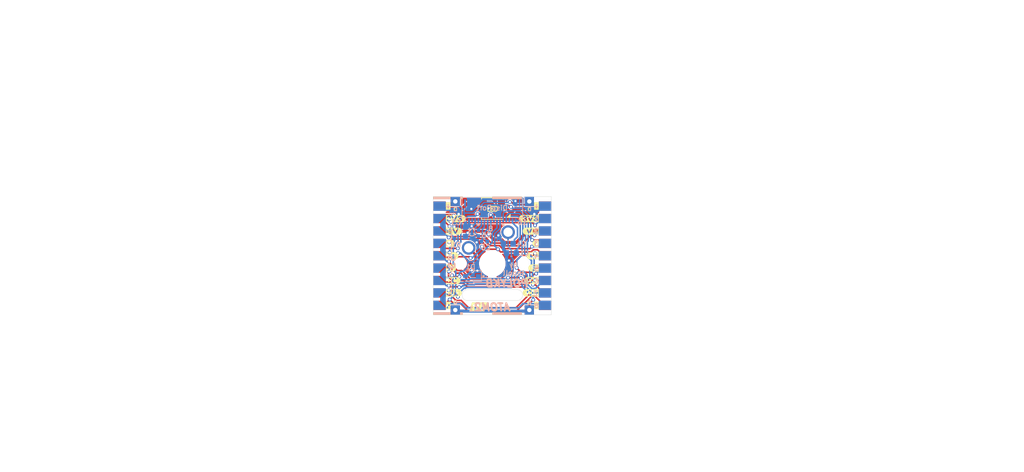
<source format=kicad_pcb>
(kicad_pcb (version 20211014) (generator pcbnew)
  (title_block (title "PolyKB Atom") (date "2022-02-01") (rev "2.1") (company "thpoll"))
  (layers (0 "F.Cu" signal) (31 "B.Cu" signal) (34 "B.Paste" user) (35 "F.Paste" user) (36 "B.SilkS" user "B.Silkscreen") (37 "F.SilkS" user "F.Silkscreen") (38 "B.Mask" user) (39 "F.Mask" user) (44 "Edge.Cuts" user))
  (net 0 "")
  (net 1 "/Keyboard/sheet605ED2EB/GND")
  (net 2 "/Keyboard/sheet605ED2EB/3V3")
  (net 3 "/Keyboard/sheet605ED2EB/4V2")
  (net 4 "Net-(C4-Pad1)")
  (net 5 "Net-(C5-Pad2)")
  (net 6 "Net-(C5-Pad1)")
  (net 7 "Net-(C6-Pad2)")
  (net 8 "Net-(C6-Pad1)")
  (net 9 "/Keyboard/sheet605ED2EB/CS")
  (net 10 "/Keyboard/sheet605ED2EB/RESET")
  (net 11 "/Keyboard/sheet605ED2EB/D-C")
  (net 12 "/Keyboard/sheet605ED2EB/SCLK")
  (net 13 "/Keyboard/sheet605ED2EB/SDIN")
  (net 14 "/Keyboard/sheet605ED2EB/LED_DOUT")
  (net 15 "/Keyboard/sheet605ED2EB/LED_DIN")
  (net 16 "/Keyboard/sheet605ED2EB/5V")
  (net 17 "Net-(D1-Pad2)")
  (net 18 "/Keyboard/sheet605ED2EB/KeyRow")
  (net 19 "/Keyboard/sheet605ED2EB/KeyCol")
  (net 20 "CS8")
  (net 21 "CS7")
  (net 22 "CS6")
  (net 23 "CS5")
  (net 24 "CS4")
  (net 25 "CS3")
  (net 26 "CS2")
  (net 27 "CS1")
  (net 28 "Net-(C1-Pad1)")
  (footprint "poly_kb:AtomConnect2" (layer "F.Cu") (at 93.218 63.6778 -90)
    (fp_text reference "J3" hide)
    (fp_text value "WestFront")
  )
  (footprint "poly_kb:AtomConnect2" (layer "F.Cu") (at 110.236 63.6778 -90)
    (fp_text reference "J4" hide)
    (fp_text value "EastFront")
  )
  (footprint "poly_kb:WS2812B-Mini" (layer "F.Cu") (at 101.727 56.0578)
    (fp_text reference "LED1" hide)
    (fp_text value "WS2812B-Mini")
  )
  (footprint "poly_kb:SW_Cherry_MX_1.00u_PCB_NoSilk" (layer "F.Cu") (at 104.267 59.8678)
    (fp_text reference "SW1" hide)
    (fp_text value "SW_Push")
  )
  (footprint "poly_kb:TestPoin_1.5x1.5mm_Drill0.7mm" (layer "F.Cu") (at 107.696 54.9148)
    (fp_text reference "J2" hide)
    (fp_text value "North")
  )
  (footprint "poly_kb:TestPoin_1.5x1.5mm_Drill0.7mm" (layer "F.Cu") (at 95.758 54.9148)
    (fp_text reference "J8" hide)
    (fp_text value "North2")
  )
  (footprint "poly_kb:TestPoin_1.5x1.5mm_Drill0.7mm" (layer "F.Cu") (at 107.696 72.4408)
    (fp_text reference "J9" hide)
    (fp_text value "South2")
  )
  (footprint "poly_kb:TestPoin_1.5x1.5mm_Drill0.7mm" (layer "F.Cu") (at 95.758 72.4408)
    (fp_text reference "J7" hide)
    (fp_text value "South")
  )
  (footprint "kibuzzard-61EFD908" (layer "F.Cu") (at 94.615 71.7042)
    (fp_text reference "kibuzzard-61EFD908" hide)
    (fp_text value "G***" hide)
  )
  (footprint "kibuzzard-61EFDD1E" (layer "F.Cu") (at 99.441 71.9328)
    (fp_text reference "kibuzzard-61EFDD1E" hide)
    (fp_text value "G***" hide)
  )
  (footprint "kibuzzard-61EFBE87" (layer "F.Cu") (at 96.0374 59.7154)
    (fp_text reference "kibuzzard-61EFBE87" hide)
    (fp_text value "G***" hide)
  )
  (footprint "kibuzzard-61EFDAC6" (layer "F.Cu") (at 108.7882 61.6966)
    (fp_text reference "kibuzzard-61EFDAC6" hide)
    (fp_text value "G***" hide)
  )
  (footprint "kibuzzard-61EFBE2C" (layer "F.Cu") (at 95.4278 67.691)
    (fp_text reference "kibuzzard-61EFBE2C" hide)
    (fp_text value "G***" hide)
  )
  (footprint "kibuzzard-61EFD947" (layer "F.Cu") (at 108.839 55.6514)
    (fp_text reference "kibuzzard-61EFD947" hide)
    (fp_text value "G***" hide)
  )
  (footprint "kibuzzard-61EFA8F1" (layer "F.Cu") (at 107.9246 69.6722)
    (fp_text reference "kibuzzard-61EFA8F1" hide)
    (fp_text value "G***" hide)
  )
  (footprint "kibuzzard-61EFDAA0" (layer "F.Cu") (at 94.9706 61.6966)
    (fp_text reference "kibuzzard-61EFDAA0" hide)
    (fp_text value "G***" hide)
  )
  (footprint "kibuzzard-61EFD7F9" (layer "F.Cu") (at 108.3818 65.659)
    (fp_text reference "kibuzzard-61EFD7F9" hide)
    (fp_text value "G***" hide)
  )
  (footprint "kibuzzard-61EFD863" (layer "F.Cu") (at 107.6198 57.6834)
    (fp_text reference "kibuzzard-61EFD863" hide)
    (fp_text value "G***" hide)
  )
  (footprint "kibuzzard-61EFD879" (layer "F.Cu") (at 95.844 57.6906)
    (fp_text reference "kibuzzard-61EFD879" hide)
    (fp_text value "G***" hide)
  )
  (footprint "kibuzzard-61EFD908" (layer "F.Cu") (at 108.839 71.7042)
    (fp_text reference "kibuzzard-61EFD908" hide)
    (fp_text value "G***" hide)
  )
  (footprint "kibuzzard-61EFACF9" (layer "F.Cu") (at 107.4166 59.7154)
    (fp_text reference "kibuzzard-61EFACF9" hide)
    (fp_text value "G***" hide)
  )
  (footprint "kibuzzard-61EFDAEE" (layer "F.Cu") (at 95.254239 63.677507)
    (fp_text reference "kibuzzard-61EFDAEE" hide)
    (fp_text value "G***" hide)
  )
  (footprint "kibuzzard-61EFBE21" (layer "F.Cu") (at 95.0722 65.659)
    (fp_text reference "kibuzzard-61EFBE21" hide)
    (fp_text value "G***" hide)
  )
  (footprint "kibuzzard-61EFABBF" (layer "F.Cu") (at 108.0262 67.691)
    (fp_text reference "kibuzzard-61EFABBF" hide)
    (fp_text value "G***" hide)
  )
  (footprint "kibuzzard-61EFD947" (layer "F.Cu") (at 94.615 55.6514)
    (fp_text reference "kibuzzard-61EFD947" hide)
    (fp_text value "G***" hide)
  )
  (footprint "kibuzzard-61EFBE3D" (layer "F.Cu") (at 95.5294 69.6722)
    (fp_text reference "kibuzzard-61EFBE3D" hide)
    (fp_text value "G***" hide)
  )
  (footprint "kibuzzard-61EFAA6D" (layer "F.Cu") (at 108.2294 63.6778)
    (fp_text reference "kibuzzard-61EFAA6D" hide)
    (fp_text value "G***" hide)
  )
  (footprint "Capacitor_SMD:C_0603_1608Metric" (layer "B.Cu") (at 104.802 63.2528 180)
    (fp_text reference "C1")
    (fp_text value "2.2uF")
  )
  (footprint "Capacitor_SMD:C_0603_1608Metric" (layer "B.Cu") (at 97.409 59.8046 90)
    (fp_text reference "C2")
    (fp_text value "2.2uF")
  )
  (footprint "Capacitor_SMD:C_0402_1005Metric" (layer "B.Cu") (at 95.123 56.9468 90)
    (fp_text reference "C3" hide)
    (fp_text value "1uF")
  )
  (footprint "Capacitor_SMD:C_0603_1608Metric" (layer "B.Cu") (at 104.302 61.7528 180)
    (fp_text reference "C4")
    (fp_text value "4.7uF")
  )
  (footprint "Capacitor_SMD:C_0402_1005Metric" (layer "B.Cu") (at 99.4918 60.0176 90)
    (fp_text reference "C5")
    (fp_text value "1uF")
  )
  (footprint "Capacitor_SMD:C_0402_1005Metric" (layer "B.Cu") (at 100.457 61.3918)
    (fp_text reference "C6")
    (fp_text value "1uF")
  )
  (footprint "poly_kb:D_SOD-323Ext" (layer "B.Cu") (at 98.425 66.9528 180)
    (fp_text reference "D1")
    (fp_text value "D_Small")
  )
  (footprint "poly_kb:FPC_16_JUSHUO_AFC05_S16FIA_00" (layer "B.Cu") (at 101.727 57.9628)
    (fp_text reference "J1" hide)
    (fp_text value "Conn_01x16")
  )
  (footprint "poly_kb:AtomConnect2" (layer "B.Cu") (at 110.236 63.6778 -90)
    (fp_text reference "J6" hide)
    (fp_text value "EastBack")
  )
  (footprint "poly_kb:AtomConnectCS" (layer "B.Cu") (at 93.218 63.6778 -90)
    (fp_text reference "J5" hide)
    (fp_text value "WestBack")
  )
  (footprint "Resistor_SMD:R_0402_1005Metric" (layer "B.Cu") (at 95.602 60.3906 -90)
    (fp_text reference "R1")
    (fp_text value "1M")
  )
  (gr_poly (pts (xy 106.4895 73.2282) (xy 101.727 73.2282) (xy 101.727 72.7964) (xy 106.4895 72.7964)) (layer "B.SilkS") (width 0) (fill solid))
  (gr_poly (pts (xy 94.9706 54.5608) (xy 92.1766 54.5608) (xy 92.1766 54.1274) (xy 94.9706 54.1274)) (layer "B.SilkS") (width 0) (fill solid))
  (gr_poly (pts (xy 96.9645 54.5608) (xy 96.5454 54.5608) (xy 96.5454 54.1274) (xy 96.9645 54.1274)) (layer "B.SilkS") (width 0) (fill solid))
  (gr_poly (pts (xy 96.9645 73.2282) (xy 96.5454 73.2282) (xy 96.5454 72.8091) (xy 96.9645 72.8091)) (layer "B.SilkS") (width 0) (fill solid))
  (gr_poly (pts (xy 94.9706 73.2282) (xy 92.202 73.2282) (xy 92.202 72.788864) (xy 94.9706 72.788864)) (layer "B.SilkS") (width 0) (fill solid))
  (gr_line (start 108.839 55.3466) (end 108.839 55.7022) (layer "B.SilkS") (width 0.12))
  (gr_line (start 95.123 63.4238) (end 95.123 59.3598) (layer "B.SilkS") (width 0.12))
  (gr_line (start 103.502 58.4778) (end 103.502 58.9278) (layer "B.SilkS") (width 0.12))
  (gr_line (start 94.615 66.7258) (end 95.123 66.7258) (layer "B.SilkS") (width 0.12))
  (gr_line (start 103.327 58.7528) (end 103.677 58.7528) (layer "B.SilkS") (width 0.12))
  (gr_line (start 94.615 55.3466) (end 94.615 55.7022) (layer "B.SilkS") (width 0.12))
  (gr_line (start 95.123 69.5198) (end 94.615 70.0278) (layer "B.SilkS") (width 0.12))
  (gr_line (start 94.615 55.7022) (end 94.361 55.7022) (layer "B.SilkS") (width 0.12))
  (gr_line (start 99.302 58.7528) (end 99.652 58.7528) (layer "B.SilkS") (width 0.12))
  (gr_line (start 108.7882 56.007) (end 108.8898 56.007) (layer "B.SilkS") (width 0.12))
  (gr_line (start 94.615 55.7022) (end 94.869 55.7022) (layer "B.SilkS") (width 0.12))
  (gr_line (start 99.402 58.7028) (end 99.552 58.7028) (layer "B.SilkS") (width 0.12))
  (gr_line (start 103.427 58.7028) (end 103.577 58.7028) (layer "B.SilkS") (width 0.12))
  (gr_line (start 99.477 58.4778) (end 99.302 58.7528) (layer "B.SilkS") (width 0.12))
  (gr_line (start 103.677 58.7528) (end 103.502 58.4778) (layer "B.SilkS") (width 0.12))
  (gr_line (start 108.839 55.7022) (end 109.093 55.7022) (layer "B.SilkS") (width 0.12))
  (gr_line (start 108.839 55.7022) (end 108.585 55.7022) (layer "B.SilkS") (width 0.12))
  (gr_poly (pts (xy 106.4895 54.5608) (xy 101.727 54.5608) (xy 101.727 54.1274) (xy 106.4895 54.1274)) (layer "B.SilkS") (width 0) (fill solid))
  (gr_line (start 94.4626 55.8546) (end 94.7674 55.8546) (layer "B.SilkS") (width 0.12))
  (gr_line (start 94.615 62.6618) (end 95.123 62.6618) (layer "B.SilkS") (width 0.12))
  (gr_line (start 99.652 58.7528) (end 99.477 58.4778) (layer "B.SilkS") (width 0.12))
  (gr_line (start 95.123 65.9638) (end 95.123 69.5198) (layer "B.SilkS") (width 0.12))
  (gr_line (start 103.502 58.4778) (end 103.327 58.7528) (layer "B.SilkS") (width 0.12))
  (gr_line (start 101.477 58.6528) (end 101.477 58.4778) (layer "B.SilkS") (width 0.12))
  (gr_line (start 95.123 59.3598) (end 94.615 58.8518) (layer "B.SilkS") (width 0.12))
  (gr_line (start 108.6866 55.8546) (end 108.9914 55.8546) (layer "B.SilkS") (width 0.12))
  (gr_line (start 99.477 58.4778) (end 99.477 58.9278) (layer "B.SilkS") (width 0.12))
  (gr_line (start 94.5642 56.007) (end 94.6658 56.007) (layer "B.SilkS") (width 0.12))
  (gr_poly (pts (xy 106.4895 54.5608) (xy 101.727 54.5608) (xy 101.727 54.1274) (xy 106.4895 54.1274)) (layer "F.SilkS") (width 0) (fill solid))
  (gr_line (start 94.7928 59.2582) (end 94.7928 59.309) (layer "F.SilkS") (width 0.12))
  (gr_line (start 108.2294 59.2074) (end 108.2294 60.2234) (layer "F.SilkS") (width 0.135))
  (gr_line (start 109.1438 59.2074) (end 109.1438 60.2234) (layer "F.SilkS") (width 0.135))
  (gr_line (start 108.712 59.309) (end 108.6612 59.309) (layer "F.SilkS") (width 0.12))
  (gr_line (start 108.712 59.2582) (end 108.712 59.309) (layer "F.SilkS") (width 0.12))
  (gr_line (start 95.0468 59.309) (end 95.0468 59.2074) (layer "F.SilkS") (width 0.12))
  (gr_line (start 108.4072 59.309) (end 108.4072 59.2074) (layer "F.SilkS") (width 0.12))
  (gr_line (start 94.3102 59.2074) (end 95.2754 59.2074) (layer "F.SilkS") (width 0.135))
  (gr_line (start 94.742 59.309) (end 94.742 59.2582) (layer "F.SilkS") (width 0.12))
  (gr_line (start 95.1992 59.309) (end 95.0468 59.309) (layer "F.SilkS") (width 0.12))
  (gr_line (start 95.2754 60.2234) (end 94.3102 60.2234) (layer "F.SilkS") (width 0.135))
  (gr_line (start 94.361 59.309) (end 94.488 59.309) (layer "F.SilkS") (width 0.12))
  (gr_line (start 108.458 59.563) (end 108.9152 59.563) (layer "F.SilkS") (width 0.12))
  (gr_line (start 94.3102 59.2074) (end 94.3102 60.2234) (layer "F.SilkS") (width 0.135))
  (gr_line (start 109.1184 59.309) (end 108.966 59.309) (layer "F.SilkS") (width 0.12))
  (gr_poly (pts (xy 96.9645 54.5608) (xy 96.5454 54.5608) (xy 96.5454 54.1274) (xy 96.9645 54.1274)) (layer "F.SilkS") (width 0) (fill solid))
  (gr_line (start 94.5388 59.563) (end 94.996 59.563) (layer "F.SilkS") (width 0.12))
  (gr_line (start 94.5388 59.9694) (end 94.996 59.9694) (layer "F.SilkS") (width 0.12))
  (gr_poly (pts (xy 94.9706 54.5608) (xy 92.1766 54.5608) (xy 92.1766 54.1274) (xy 94.9706 54.1274)) (layer "F.SilkS") (width 0) (fill solid))
  (gr_line (start 108.9152 59.7662) (end 108.458 59.7662) (layer "F.SilkS") (width 0.12))
  (gr_line (start 108.966 59.309) (end 108.966 59.2074) (layer "F.SilkS") (width 0.12))
  (gr_line (start 94.7928 59.309) (end 94.742 59.309) (layer "F.SilkS") (width 0.12))
  (gr_line (start 109.1438 60.2234) (end 108.1786 60.2234) (layer "F.SilkS") (width 0.135))
  (gr_line (start 108.2802 59.309) (end 108.4072 59.309) (layer "F.SilkS") (width 0.12))
  (gr_line (start 94.996 59.7662) (end 94.5388 59.7662) (layer "F.SilkS") (width 0.12))
  (gr_poly (pts (xy 96.9645 73.2282) (xy 96.5454 73.2282) (xy 96.5454 72.8218) (xy 96.9645 72.8218)) (layer "F.SilkS") (width 0) (fill solid))
  (gr_line (start 94.488 59.309) (end 94.488 59.2074) (layer "F.SilkS") (width 0.12))
  (gr_poly (pts (xy 106.4895 73.2282) (xy 101.727 73.2282) (xy 101.727 72.8218) (xy 106.4895 72.8218)) (layer "F.SilkS") (width 0) (fill solid))
  (gr_line (start 108.458 59.9694) (end 108.9152 59.9694) (layer "F.SilkS") (width 0.12))
  (gr_line (start 95.2246 59.2074) (end 95.2246 60.2234) (layer "F.SilkS") (width 0.135))
  (gr_line (start 108.6612 59.309) (end 108.6612 59.2582) (layer "F.SilkS") (width 0.12))
  (gr_line (start 108.1786 59.2074) (end 109.1438 59.2074) (layer "F.SilkS") (width 0.135))
  (gr_poly (pts (xy 94.9706 73.2282) (xy 92.1766 73.2282) (xy 92.1766 72.8218) (xy 94.9706 72.8218)) (layer "F.SilkS") (width 0) (fill solid))
  (gr_line (start 111.252 54.1528) (end 92.202 54.1528) (layer "Edge.Cuts") (width 0.05))
  (gr_line (start 92.202 54.1528) (end 92.202 73.2028) (layer "Edge.Cuts") (width 0.05))
  (gr_line (start 111.252 54.1528) (end 111.252 73.2028) (layer "Edge.Cuts") (width 0.05))
  (gr_line (start 111.252 73.2028) (end 92.202 73.2028) (layer "Edge.Cuts") (width 0.05))
  (gr_arc (start 105.718 69.1388) (mid 106.607 70.0278) (end 105.718 70.9168) (layer "Edge.Cuts") (width 0.05))
  (gr_line (start 105.718 69.1388) (end 97.736 69.1388) (layer "Edge.Cuts") (width 0.05))
  (gr_arc (start 97.736 70.9168) (mid 96.847 70.0278) (end 97.736 69.1388) (layer "Edge.Cuts") (width 0.05))
  (gr_line (start 105.718 70.9168) (end 97.736 70.9168) (layer "Edge.Cuts") (width 0.05))
  (gr_text "ATOM2" (at 101.7778 71.9963) (layer "B.SilkS") (effects (font (size 1.2 1.2) (thickness 0.3) italic) (justify mirror)))
  (gr_text "1" (at 108.839 57.7088) (layer "B.SilkS") (effects (font (size 0.8 0.8) (thickness 0.153)) (justify mirror)))
  (gr_text "c" (at 95.7834 71.12) (layer "B.SilkS") (effects (font (size 0.8 0.8) (thickness 0.153)) (justify mirror)))
  (gr_text "c" (at 107.7214 71.1454) (layer "B.SilkS") (effects (font (size 0.8 0.8) (thickness 0.153)) (justify mirror)))
  (gr_text "c" (at 95.7834 56.0578) (layer "B.SilkS") (effects (font (size 0.8 0.8) (thickness 0.153)) (justify mirror)))
  (gr_text ".1" (at 98.5012 72.2503) (layer "B.SilkS") (effects (font (size 0.8 0.8) (thickness 0.153)) (justify mirror)))
  (gr_text "4" (at 108.839 63.741299) (layer "B.SilkS") (effects (font (size 0.8 0.8) (thickness 0.153)) (justify mirror)))
  (gr_text "POLYKB" (at 104.14 68.1482) (layer "B.SilkS") (effects (font (size 1.2 1.2) (thickness 0.3) italic) (justify mirror)))
  (gr_text "." (at 100.302 66.5028) (layer "B.SilkS") (effects (font (size 1.2 1.2) (thickness 0.25)) (justify mirror)))
  (gr_text "2" (at 108.839 59.719633) (layer "B.SilkS") (effects (font (size 0.8 0.8) (thickness 0.153)) (justify mirror)))
  (gr_text "5" (at 108.839 65.752132) (layer "B.SilkS") (effects (font (size 0.8 0.8) (thickness 0.153)) (justify mirror)))
  (gr_text "6" (at 108.839 67.762965) (layer "B.SilkS") (effects (font (size 0.8 0.8) (thickness 0.153)) (justify mirror)))
  (gr_text "by\nthpoll" (at 105.156 65.8368) (layer "B.SilkS") (effects (font (size 0.8 0.8)) (justify mirror)))
  (gr_text "8" (at 101.477 59.3278) (layer "B.SilkS") (effects (font (size 0.8 0.8) (thickness 0.153)) (justify mirror)))
  (gr_text "16" (at 106.527 58.2778) (layer "B.SilkS") (effects (font (size 0.8 0.8) (thickness 0.153)) (justify mirror)))
  (gr_text "C3" (at 95.952 58.3278) (layer "B.SilkS") (effects (font (size 0.8 0.8)) (justify mirror)))
  (gr_text "c" (at 107.7214 56.0578) (layer "B.SilkS") (effects (font (size 0.8 0.8) (thickness 0.153)) (justify mirror)))
  (gr_text "DispPort" (at 101.6762 55.9562) (layer "B.SilkS") (effects (font (size 0.8 0.8) (thickness 0.153)) (justify mirror)))
  (gr_text "3" (at 108.839 61.730466) (layer "B.SilkS") (effects (font (size 0.8 0.8) (thickness 0.153)) (justify mirror)))
  (gr_text "CS" (at 95.123 64.6938 270) (layer "B.SilkS") (effects (font (size 1 1.2) (thickness 0.25)) (justify mirror)))
  (gr_text "." (at 97.352 57.5278) (layer "B.SilkS") (effects (font (size 1.2 1.2) (thickness 0.25)) (justify mirror)))
  (gr_text "8" (at 108.839 71.755) (layer "B.SilkS") (effects (font (size 0.8 0.8) (thickness 0.153)) (justify mirror)))
  (gr_text "7" (at 108.839 69.7738) (layer "B.SilkS") (effects (font (size 0.8 0.8) (thickness 0.153)) (justify mirror)))
  (gr_text "c" (at 95.7326 71.0946) (layer "F.SilkS") (effects (font (size 0.8 0.8) (thickness 0.153))))
  (gr_text "c" (at 107.7214 56.0578) (layer "F.SilkS") (effects (font (size 0.8 0.8) (thickness 0.153))))
  (gr_text "c" (at 107.6706 71.1454) (layer "F.SilkS") (effects (font (size 0.8 0.8) (thickness 0.153))))
  (gr_text "E" (at 101.727 56.134) (layer "F.SilkS") (effects (font (size 0.8 0.8))))
  (gr_text "D" (at 102.3112 56.134) (layer "F.SilkS") (effects (font (size 0.8 0.8))))
  (gr_text "L" (at 101.1428 56.134) (layer "F.SilkS") (effects (font (size 0.8 0.8))))
  (gr_text "c" (at 95.7834 56.0578) (layer "F.SilkS") (effects (font (size 0.8 0.8) (thickness 0.153))))
  (segment (start 98.407521 56.0578) (end 98.34306 56.122261) (width 0.5) (layer "F.Cu") (net 1))
  (segment (start 101.092 56.0578) (end 98.407521 56.0578) (width 0.5) (layer "F.Cu") (net 1))
  (segment (start 95.662917 58.91646) (end 95.585745 58.993632) (width 0.2921) (layer "F.Cu") (net 1))
  (segment (start 101.490858 56.0578) (end 102.581996 57.148938) (width 0.5) (layer "F.Cu") (net 1))
  (segment (start 98.405358 58.91646) (end 95.662917 58.91646) (width 0.2921) (layer "F.Cu") (net 1))
  (segment (start 102.581996 57.148938) (end 108.305862 57.148938) (width 0.5) (layer "F.Cu") (net 1))
  (segment (start 101.092 56.0578) (end 101.490858 56.0578) (width 0.5) (layer "F.Cu") (net 1))
  (segment (start 98.405358 58.91646) (end 101.21566 58.91646) (width 0.2921) (layer "F.Cu") (net 1))
  (segment (start 101.21566 58.91646) (end 102.702 60.4028) (width 0.2921) (layer "F.Cu") (net 1))
  (segment (start 97.640496 56.824825) (end 98.34306 56.122261) (width 0.5) (layer "F.Cu") (net 1))
  (segment (start 96.503206 56.824825) (end 97.640496 56.824825) (width 0.5) (layer "F.Cu") (net 1))
  (segment (start 108.305862 57.148938) (end 108.502 56.9528) (width 0.5) (layer "F.Cu") (net 1))
  (via (at 99.202 61.5188) (size 0.6096) (drill 0.3556) (layers "F.Cu" "B.Cu") (net 1))
  (via (at 104.394 64.4652) (size 0.6096) (drill 0.3556) (layers "F.Cu" "B.Cu") (net 1))
  (via (at 101.092 56.0578) (size 0.6096) (drill 0.3556) (layers "F.Cu" "B.Cu") (net 1))
  (via (at 98.405358 58.91646) (size 0.6096) (drill 0.3556) (layers "F.Cu" "B.Cu") (net 1))
  (via (at 108.502 56.9528) (size 0.8) (drill 0.4) (layers "F.Cu" "B.Cu") (net 1))
  (via (at 105.452 54.8528) (size 0.6096) (drill 0.3556) (layers "F.Cu" "B.Cu") (net 1))
  (via (at 102.702 60.4028) (size 0.6096) (drill 0.3556) (layers "F.Cu" "B.Cu") (net 1))
  (via (at 98.34306 56.122261) (size 0.6096) (drill 0.3556) (layers "F.Cu" "B.Cu") (net 1))
  (via (at 95.607733 58.996357) (size 0.6096) (drill 0.3556) (layers "F.Cu" "B.Cu") (net 1))
  (via (at 96.302 56.9528) (size 0.8) (drill 0.4) (layers "F.Cu" "B.Cu") (net 1))
  (via (at 99.314 66.0908) (size 0.6096) (drill 0.3556) (layers "F.Cu" "B.Cu") (net 1))
  (segment (start 102.702 60.7528) (end 102.702 60.4028) (width 0.5) (layer "B.Cu") (net 1))
  (segment (start 103.527 61.6458) (end 103.527 61.5778) (width 0.5) (layer "B.Cu") (net 1))
  (segment (start 98.452 60.7838) (end 99.187 61.5188) (width 0.2921) (layer "B.Cu") (net 1))
  (segment (start 93.472 55.6778) (end 93.979 56.1848) (width 0.5) (layer "B.Cu") (net 1))
  (segment (start 96.252 57.5528) (end 96.252 57.0028) (width 0.2921) (layer "B.Cu") (net 1))
  (segment (start 109.982 55.6778) (end 109.777 55.6778) (width 0.5) (layer "B.Cu") (net 1))
  (segment (start 95.23199 56.1848) (end 95.863181 56.1848) (width 0.5) (layer "B.Cu") (net 1))
  (segment (start 103.527 61.5778) (end 102.702 60.7528) (width 0.5) (layer "B.Cu") (net 1))
  (segment (start 103.5242 62.681) (end 103.5242 61.6458) (width 0.5) (layer "B.Cu") (net 1))
  (segment (start 95.702 58.1028) (end 96.252 57.5528) (width 0.2921) (layer "B.Cu") (net 1))
  (segment (start 96.252 57.0028) (end 96.302 56.9528) (width 0.2921) (layer "B.Cu") (net 1))
  (segment (start 98.977 58.4778) (end 98.53834 58.91646) (width 0.2921) (layer "B.Cu") (net 1))
  (segment (start 96.302 56.623619) (end 96.302 56.9528) (width 0.5) (layer "B.Cu") (net 1))
  (segment (start 97.409 58.8388) (end 97.61881 58.8388) (width 0.2921) (layer "B.Cu") (net 1))
  (segment (start 97.977 57.9628) (end 97.977 58.48061) (width 0.2921) (layer "B.Cu") (net 1))
  (segment (start 98.452 58.963102) (end 98.452 60.7838) (width 0.2921) (layer "B.Cu") (net 1))
  (segment (start 95.23199 56.1848) (end 95.23199 56.35781) (width 0.5) (layer "B.Cu") (net 1))
  (segment (start 97.977 58.48061) (end 98.405358 58.908968) (width 0.2921) (layer "B.Cu") (net 1))
  (segment (start 95.23199 56.35781) (end 95.123 56.4668) (width 0.5) (layer "B.Cu") (net 1))
  (segment (start 98.405358 58.91646) (end 98.452 58.963102) (width 0.2921) (layer "B.Cu") (net 1))
  (segment (start 109.777 55.6778) (end 108.502 56.9528) (width 0.5) (layer "B.Cu") (net 1))
  (segment (start 98.53834 58.91646) (end 98.405358 58.91646) (width 0.2921) (layer "B.Cu") (net 1))
  (segment (start 104.013 63.1698) (end 103.5242 62.681) (width 0.5) (layer "B.Cu") (net 1))
  (segment (start 95.863181 56.1848) (end 96.302 56.623619) (width 0.5) (layer "B.Cu") (net 1))
  (segment (start 95.585745 58.993632) (end 95.702 58.877377) (width 0.2921) (layer "B.Cu") (net 1))
  (segment (start 98.405358 58.908968) (end 98.405358 58.91646) (width 0.2921) (layer "B.Cu") (net 1))
  (segment (start 97.61881 58.8388) (end 97.977 58.48061) (width 0.2921) (layer "B.Cu") (net 1))
  (segment (start 93.979 56.1848) (end 95.23199 56.1848) (width 0.5) (layer "B.Cu") (net 1))
  (segment (start 95.702 58.877377) (end 95.702 58.1028) (width 0.2921) (layer "B.Cu") (net 1))
  (segment (start 98.977 57.9628) (end 98.977 58.4778) (width 0.2921) (layer "B.Cu") (net 1))
  (segment (start 93.585251 57.6778) (end 94.842315 58.934864) (width 0.25) (layer "F.Cu") (net 2))
  (segment (start 101.473 57.0738) (end 101.473 57.5818) (width 0.5) (layer "F.Cu") (net 2))
  (segment (start 101.618511 57.727311) (end 101.327489 57.727311) (width 0.5) (layer "F.Cu") (net 2))
  (segment (start 101.473 57.5818) (end 101.327489 57.727311) (width 0.5) (layer "F.Cu") (net 2))
  (segment (start 93.218 57.6778) (end 93.7244 57.1714) (width 0.5) (layer "F.Cu") (net 2))
  (segment (start 93.472 57.6778) (end 93.6696 57.4802) (width 0.5) (layer "F.Cu") (net 2))
  (segment (start 93.218 57.6778) (end 93.585251 57.6778) (width 0.25) (layer "F.Cu") (net 2))
  (segment (start 101.473 57.5818) (end 101.618511 57.727311) (width 0.5) (layer "F.Cu") (net 2))
  (segment (start 93.7244 57.1714) (end 94.869 57.1714) (width 0.5) (layer "F.Cu") (net 2))
  (segment (start 94.926892 57.229292) (end 95.491142 57.229292) (width 0.5) (layer "F.Cu") (net 2))
  (segment (start 110.112951 57.800849) (end 96.015989 57.800849) (width 0.5) (layer "F.Cu") (net 2))
  (segment (start 95.491142 57.276002) (end 95.491142 57.229292) (width 0.5) (layer "F.Cu") (net 2))
  (segment (start 94.869 57.1714) (end 94.926892 57.229292) (width 0.5) (layer "F.Cu") (net 2))
  (segment (start 93.709316 57.186484) (end 93.218 57.6778) (width 0.3) (layer "F.Cu") (net 2))
  (segment (start 101.327489 57.727311) (end 101.277489 57.777311) (width 0.5) (layer "F.Cu") (net 2))
  (segment (start 110.236 57.6778) (end 110.112951 57.800849) (width 0.5) (layer "F.Cu") (net 2))
  (segment (start 96.015989 57.800849) (end 95.491142 57.276002) (width 0.5) (layer "F.Cu") (net 2))
  (via (at 94.842315 58.934864) (size 0.6096) (drill 0.3556) (layers "F.Cu" "B.Cu") (net 2))
  (via (at 101.473 57.0738) (size 0.6096) (drill 0.3556) (layers "F.Cu" "B.Cu") (net 2))
  (via (at 95.491142 57.229292) (size 0.6096) (drill 0.3556) (layers "F.Cu" "B.Cu") (net 2))
  (segment (start 95.267846 59.8806) (end 94.842315 59.455069) (width 0.25) (layer "B.Cu") (net 2))
  (segment (start 95.123 57.4268) (end 95.293634 57.4268) (width 0.3) (layer "B.Cu") (net 2))
  (segment (start 94.842315 59.455069) (end 94.842315 58.934864) (width 0.25) (layer "B.Cu") (net 2))
  (segment (start 95.293634 57.4268) (end 95.491142 57.229292) (width 0.3) (layer "B.Cu") (net 2))
  (segment (start 101.977 57.9628) (end 101.977 57.2778) (width 0.3) (layer "B.Cu") (net 2))
  (segment (start 101.773 57.0738) (end 101.473 57.0738) (width 0.3) (layer "B.Cu") (net 2))
  (segment (start 101.977 57.2778) (end 101.773 57.0738) (width 0.3) (layer "B.Cu") (net 2))
  (segment (start 95.644 59.8806) (end 95.267846 59.8806) (width 0.25) (layer "B.Cu") (net 2))
  (segment (start 105.5818 61.5528) (end 103.702 61.5528) (width 0.5) (layer "F.Cu") (net 3))
  (segment (start 103.258701 61.109501) (end 102.002089 61.109501) (width 0.5) (layer "F.Cu") (net 3))
  (segment (start 100.633388 59.7408) (end 101.128688 60.2361) (width 0.5) (layer "F.Cu") (net 3))
  (segment (start 107.4568 59.6778) (end 105.5818 61.5528) (width 0.5) (layer "F.Cu") (net 3))
  (segment (start 102.002089 61.109501) (end 101.128688 60.2361) (width 0.5) (layer "F.Cu") (net 3))
  (segment (start 97.752 59.8044) (end 97.752 60.0028) (width 0.5) (layer "F.Cu") (net 3))
  (segment (start 93.281 59.7408) (end 100.633388 59.7408) (width 0.5) (layer "F.Cu") (net 3))
  (segment (start 109.982 59.6778) (end 107.4568 59.6778) (width 0.5) (layer "F.Cu") (net 3))
  (segment (start 93.218 59.6778) (end 93.281 59.7408) (width 0.5) (layer "F.Cu") (net 3))
  (segment (start 103.702 61.5528) (end 103.258701 61.109501) (width 0.5) (layer "F.Cu") (net 3))
  (via (at 101.128688 60.2361) (size 0.6096) (drill 0.3556) (layers "F.Cu" "B.Cu") (net 3))
  (via (at 97.752 60.0028) (size 0.6096) (drill 0.3556) (layers "F.Cu" "B.Cu") (net 3))
  (segment (start 101.477 57.9628) (end 101.477 59.571705) (width 0.3) (layer "B.Cu") (net 3))
  (segment (start 101.128688 59.920017) (end 101.128688 60.2361) (width 0.3) (layer "B.Cu") (net 3))
  (segment (start 97.409 60.3888) (end 97.752 60.0458) (width 0.3) (layer "B.Cu") (net 3))
  (segment (start 97.752 60.0458) (end 97.752 60.0028) (width 0.3) (layer "B.Cu") (net 3))
  (segment (start 101.477 59.571705) (end 101.128688 59.920017) (width 0.3) (layer "B.Cu") (net 3))
  (segment (start 104.977 58.3486) (end 104.977 57.9628) (width 0.254) (layer "B.Cu") (net 4))
  (segment (start 105.794 60.598892) (end 105.794 59.1656) (width 0.254) (layer "B.Cu") (net 4))
  (segment (start 105.794 59.1656) (end 104.977 58.3486) (width 0.254) (layer "B.Cu") (net 4))
  (segment (start 105.296 61.096892) (end 105.794 60.598892) (width 0.254) (layer "B.Cu") (net 4))
  (segment (start 105.296 61.6458) (end 105.296 61.096892) (width 0.254) (layer "B.Cu") (net 4))
  (segment (start 99.4918 59.35762) (end 99.4918 59.5376) (width 0.254) (layer "B.Cu") (net 5))
  (segment (start 99.977 58.87242) (end 99.4918 59.35762) (width 0.254) (layer "B.Cu") (net 5))
  (segment (start 99.977 57.9628) (end 99.977 58.87242) (width 0.254) (layer "B.Cu") (net 5))
  (segment (start 99.477 58.64911) (end 98.90228 59.22383) (width 0.254) (layer "B.Cu") (net 6))
  (segment (start 98.90228 59.90808) (end 99.4918 60.4976) (width 0.254) (layer "B.Cu") (net 6))
  (segment (start 98.90228 59.22383) (end 98.90228 59.90808) (width 0.254) (layer "B.Cu") (net 6))
  (segment (start 99.477 57.9628) (end 99.477 58.64911) (width 0.254) (layer "B.Cu") (net 6))
  (segment (start 100.544987 60.999787) (end 100.937 61.3918) (width 0.254) (layer "B.Cu") (net 7))
  (segment (start 100.977 57.9628) (end 100.977 59.3826) (width 0.254) (layer "B.Cu") (net 7))
  (segment (start 100.977 59.3826) (end 100.544987 59.814613) (width 0.254) (layer "B.Cu") (net 7))
  (segment (start 100.544987 59.814613) (end 100.544987 60.999787) (width 0.254) (layer "B.Cu") (net 7))
  (segment (start 100.437099 59.070541) (end 100.12752 59.38012) (width 0.254) (layer "B.Cu") (net 8))
  (segment (start 100.477 57.9628) (end 100.437099 58.002701) (width 0.254) (layer "B.Cu") (net 8))
  (segment (start 100.12752 61.24128) (end 99.977 61.3918) (width 0.254) (layer "B.Cu") (net 8))
  (segment (start 100.12752 59.38012) (end 100.12752 61.24128) (width 0.254) (layer "B.Cu") (net 8))
  (segment (start 100.437099 58.002701) (end 100.437099 59.070541) (width 0.254) (layer "B.Cu") (net 8))
  (segment (start 96.202 63.2528) (end 94.952 63.2528) (width 0.254) (layer "F.Cu") (net 9))
  (segment (start 94.952 63.2528) (end 94.852 63.1528) (width 0.254) (layer "F.Cu") (net 9))
  (segment (start 95.458198 67.059304) (end 95.251694 66.8528) (width 0.254) (layer "F.Cu") (net 9))
  (segment (start 96.419094 67.059304) (end 95.458198 67.059304) (width 0.254) (layer "F.Cu") (net 9))
  (via (at 96.202 63.2528) (size 0.6096) (drill 0.3556) (layers "F.Cu" "B.Cu") (net 9))
  (via (at 95.251694 66.8528) (size 0.6096) (drill 0.3556) (layers "F.Cu" "B.Cu") (net 9))
  (via (at 94.852 63.1528) (size 0.6096) (drill 0.3556) (layers "F.Cu" "B.Cu") (net 9))
  (via (at 96.419094 67.059304) (size 0.6096) (drill 0.3556) (layers "F.Cu" "B.Cu") (net 9))
  (segment (start 95.340179 61.913081) (end 94.852 62.40126) (width 0.254) (layer "B.Cu") (net 9))
  (segment (start 98.53829 64.6938) (end 97.79 64.6938) (width 0.254) (layer "B.Cu") (net 9))
  (segment (start 95.602 60.9006) (end 95.602 61.354713) (width 0.254) (layer "B.Cu") (net 9))
  (segment (start 97.79 64.6938) (end 97.79 65.4812) (width 0.254) (layer "B.Cu") (net 9))
  (segment (start 102.477 59.178277) (end 101.712388 59.942889) (width 0.254) (layer "B.Cu") (net 9))
  (segment (start 98.043873 64.6938) (end 96.602873 63.2528) (width 0.254) (layer "B.Cu") (net 9))
  (segment (start 94.243 69.9028) (end 95.077479 69.9028) (width 0.254) (layer "B.Cu") (net 9))
  (segment (start 93.968 67.1778) (end 94.926694 67.1778) (width 0.254) (layer "B.Cu") (net 9))
  (segment (start 94.926694 67.1778) (end 95.251694 66.8528) (width 0.254) (layer "B.Cu") (net 9))
  (segment (start 95.385701 69.594578) (end 95.385701 67.008316) (width 0.254) (layer "B.Cu") (net 9))
  (segment (start 97.060251 66.210949) (end 96.698651 66.210949) (width 0.254) (layer "B.Cu") (net 9))
  (segment (start 95.385701 67.008316) (end 95.25 66.872615) (width 0.254) (layer "B.Cu") (net 9))
  (segment (start 97.79 65.4812) (end 97.060251 66.210949) (width 0.254) (layer "B.Cu") (net 9))
  (segment (start 93.968 70.1778) (end 94.243 69.9028) (width 0.254) (layer "B.Cu") (net 9))
  (segment (start 101.712388 59.942889) (end 101.712388 61.519702) (width 0.254) (layer "B.Cu") (net 9))
  (segment (start 95.340179 61.616532) (end 95.340179 61.913081) (width 0.254) (layer "B.Cu") (net 9))
  (segment (start 95.25 66.8528) (end 95.251694 66.8528) (width 0.254) (layer "B.Cu") (net 9))
  (segment (start 93.968 59.149142) (end 93.968 58.1778) (width 0.25) (layer "B.Cu") (net 9))
  (segment (start 95.602 60.783142) (end 93.968 59.149142) (width 0.25) (layer "B.Cu") (net 9))
  (segment (start 96.698651 66.210949) (end 96.419094 66.490506) (width 0.254) (layer "B.Cu") (net 9))
  (segment (start 93.976 63.1698) (end 94.835 63.1698) (width 0.254) (layer "B.Cu") (net 9))
  (segment (start 94.852 62.40126) (end 94.852 63.1528) (width 0.254) (layer "B.Cu") (net 9))
  (segment (start 96.602873 63.2528) (end 96.202 63.2528) (width 0.254) (layer "B.Cu") (net 9))
  (segment (start 95.602 60.9006) (end 95.602 60.783142) (width 0.25) (layer "B.Cu") (net 9))
  (segment (start 101.712388 61.519702) (end 98.53829 64.6938) (width 0.254) (layer "B.Cu") (net 9))
  (segment (start 102.477 57.9628) (end 102.477 59.178277) (width 0.254) (layer "B.Cu") (net 9))
  (segment (start 96.419094 66.490506) (end 96.419094 67.059304) (width 0.254) (layer "B.Cu") (net 9))
  (segment (start 94.835 63.1698) (end 94.852 63.1528) (width 0.254) (layer "B.Cu") (net 9))
  (segment (start 95.077479 69.9028) (end 95.385701 69.594578) (width 0.254) (layer "B.Cu") (net 9))
  (segment (start 95.602 61.354713) (end 95.340179 61.616532) (width 0.254) (layer "B.Cu") (net 9))
  (segment (start 96.098809 63.931133) (end 96.188663 63.841279) (width 0.254) (layer "F.Cu") (net 10))
  (segment (start 109.016199 62.711999) (end 108.431662 62.711999) (width 0.254) (layer "F.Cu") (net 10))
  (segment (start 108.379406 62.764255) (end 108.282929 62.764255) (width 0.254) (layer "F.Cu") (net 10))
  (segment (start 107.982873 63.064311) (end 103.06453 63.064311) (width 0.254) (layer "F.Cu") (net 10))
  (segment (start 108.431662 62.711999) (end 108.379406 62.764255) (width 0.254) (layer "F.Cu") (net 10))
  (segment (start 98.017679 63.841279) (end 98.2225 64.0461) (width 0.254) (layer "F.Cu") (net 10))
  (segment (start 108.282929 62.764255) (end 107.982873 63.064311) (width 0.254) (layer "F.Cu") (net 10))
  (segment (start 93.471333 63.931133) (end 96.098809 63.931133) (width 0.254) (layer "F.Cu") (net 10))
  (segment (start 109.982 63.6778) (end 109.016199 62.711999) (width 0.254) (layer "F.Cu") (net 10))
  (segment (start 100.474023 62.628023) (end 102.628242 62.628023) (width 0.254) (layer "F.Cu") (net 10))
  (segment (start 100.0506 62.2046) (end 100.474023 62.628023) (width 0.254) (layer "F.Cu") (net 10))
  (segment (start 96.188663 63.841279) (end 98.017679 63.841279) (width 0.254) (layer "F.Cu") (net 10))
  (segment (start 93.218 63.6778) (end 93.471333 63.931133) (width 0.254) (layer "F.Cu") (net 10))
  (segment (start 103.06453 63.064311) (end 102.628242 62.628023) (width 0.254) (layer "F.Cu") (net 10))
  (via (at 98.2225 64.0461) (size 0.6096) (drill 0.3556) (layers "F.Cu" "B.Cu") (net 10))
  (via (at 102.628242 62.628023) (size 0.6096) (drill 0.3556) (layers "F.Cu" "B.Cu") (net 10))
  (via (at 100.0506 62.2046) (size 0.6096) (drill 0.3556) (layers "F.Cu" "B.Cu") (net 10))
  (segment (start 102.118299 62.11808) (end 102.628242 62.628023) (width 0.254) (layer "B.Cu") (net 10))
  (segment (start 100.0506 62.44808) (end 98.45258 64.0461) (width 0.254) (layer "B.Cu") (net 10))
  (segment (start 102.118299 60.111022) (end 102.118299 62.11808) (width 0.254) (layer "B.Cu") (net 10))
  (segment (start 102.977 57.9628) (end 102.977 59.252321) (width 0.254) (layer "B.Cu") (net 10))
  (segment (start 102.977 59.252321) (end 102.118299 60.111022) (width 0.254) (layer "B.Cu") (net 10))
  (segment (start 98.45258 64.0461) (end 98.2225 64.0461) (width 0.254) (layer "B.Cu") (net 10))
  (segment (start 100.0506 62.2046) (end 100.0506 62.44808) (width 0.254) (layer "B.Cu") (net 10))
  (segment (start 94.943778 67.919099) (end 95.146291 68.121612) (width 0.254) (layer "F.Cu") (net 11))
  (segment (start 93.472 67.6778) (end 93.713299 67.919099) (width 0.254) (layer "F.Cu") (net 11))
  (segment (start 97.084152 68.121612) (end 97.69494 68.7324) (width 0.254) (layer "F.Cu") (net 11))
  (segment (start 107.033982 68.7324) (end 108.134035 67.632347) (width 0.254) (layer "F.Cu") (net 11))
  (segment (start 93.713299 67.919099) (end 94.943778 67.919099) (width 0.254) (layer "F.Cu") (net 11))
  (segment (start 108.565087 67.632347) (end 108.61054 67.6778) (width 0.254) (layer "F.Cu") (net 11))
  (segment (start 97.69494 68.7324) (end 107.033982 68.7324) (width 0.254) (layer "F.Cu") (net 11))
  (segment (start 108.61054 67.6778) (end 109.982 67.6778) (width 0.254) (layer "F.Cu") (net 11))
  (segment (start 108.134035 67.632347) (end 108.565087 67.632347) (width 0.254) (layer "F.Cu") (net 11))
  (segment (start 95.146291 68.121612) (end 97.084152 68.121612) (width 0.254) (layer "F.Cu") (net 11))
  (via (at 108.565086 67.632351) (size 0.6096) (drill 0.3556) (layers "F.Cu" "B.Cu") (net 11))
  (segment (start 108.245644 67.312904) (end 108.565087 67.632347) (width 0.254) (layer "B.Cu") (net 11))
  (segment (start 103.477 56.8478) (end 103.886 56.4388) (width 0.254) (layer "B.Cu") (net 11))
  (segment (start 107.512044 61.310528) (end 107.384044 61.438528) (width 0.254) (layer "B.Cu") (net 11))
  (segment (start 108.213588 66.728595) (end 108.245644 66.760651) (width 0.254) (layer "B.Cu") (net 11))
  (segment (start 107.384044 57.603518) (end 107.512044 57.731518) (width 0.254) (layer "B.Cu") (net 11))
  (segment (start 103.477 57.9628) (end 103.477 56.8478) (width 0.254) (layer "B.Cu") (net 11))
  (segment (start 103.886 56.4388) (end 106.220738 56.4388) (width 0.254) (layer "B.Cu") (net 11))
  (segment (start 107.384044 61.438528) (end 107.384044 63.198224) (width 0.254) (layer "B.Cu") (net 11))
  (segment (start 106.220738 56.4388) (end 107.384044 57.602107) (width 0.254) (layer "B.Cu") (net 11))
  (segment (start 108.213588 66.153432) (end 108.213588 66.728595) (width 0.254) (layer "B.Cu") (net 11))
  (segment (start 107.512044 57.731518) (end 107.512044 61.310528) (width 0.254) (layer "B.Cu") (net 11))
  (segment (start 108.473511 64.287691) (end 108.473511 65.893509) (width 0.254) (layer "B.Cu") (net 11))
  (segment (start 107.384044 63.198224) (end 108.473511 64.287691) (width 0.254) (layer "B.Cu") (net 11))
  (segment (start 108.473511 65.893509) (end 108.213588 66.153432) (width 0.254) (layer "B.Cu") (net 11))
  (segment (start 107.384044 57.602107) (end 107.384044 57.603518) (width 0.254) (layer "B.Cu") (net 11))
  (segment (start 108.245644 66.760651) (end 108.245644 67.312904) (width 0.254) (layer "B.Cu") (net 11))
  (segment (start 93.472 69.6778) (end 93.863299 70.069099) (width 0.254) (layer "F.Cu") (net 12))
  (segment (start 105.521445 72.0852) (end 107.928845 69.6778) (width 0.254) (layer "F.Cu") (net 12))
  (segment (start 93.863299 70.069099) (end 95.043778 70.069099) (width 0.254) (layer "F.Cu") (net 12))
  (segment (start 97.909444 72.0852) (end 105.521445 72.0852) (width 0.254) (layer "F.Cu") (net 12))
  (segment (start 95.866779 70.8921) (end 96.716344 70.8921) (width 0.254) (layer "F.Cu") (net 12))
  (segment (start 95.043778 70.069099) (end 95.866779 70.8921) (width 0.254) (layer "F.Cu") (net 12))
  (segment (start 108.64399 68.33979) (end 108.277757 68.33979) (width 0.254) (layer "F.Cu") (net 12))
  (segment (start 109.982 69.6778) (end 108.64399 68.33979) (width 0.254) (layer "F.Cu") (net 12))
  (segment (start 107.928845 69.6778) (end 110.236 69.6778) (width 0.254) (layer "F.Cu") (net 12))
  (segment (start 96.716344 70.8921) (end 97.909444 72.0852) (width 0.254) (layer "F.Cu") (net 12))
  (via (at 108.277762 68.339792) (size 0.6096) (drill 0.3556) (layers "F.Cu" "B.Cu") (net 12))
  (segment (start 106.954033 57.780223) (end 106.954033 57.780927) (width 0.254) (layer "B.Cu") (net 12))
  (segment (start 108.044 64.4656) (end 108.044 65.7156) (width 0.254) (layer "B.Cu") (net 12))
  (segment (start 108.044 65.7156) (end 107.784067 65.975533) (width 0.254) (layer "B.Cu") (net 12))
  (segment (start 107.816133 66.93856) (end 107.816133 67.709719) (width 0.254) (layer "B.Cu") (net 12))
  (segment (start 107.784067 65.975533) (end 107.784067 66.906494) (width 0.254) (layer "B.Cu") (net 12))
  (segment (start 106.954033 63.375633) (end 108.044 64.4656) (width 0.254) (layer "B.Cu") (net 12))
  (segment (start 106.042624 56.868811) (end 106.954033 57.780223) (width 0.254) (layer "B.Cu") (net 12))
  (segment (start 106.954033 57.780927) (end 107.082533 57.909427) (width 0.254) (layer "B.Cu") (net 12))
  (segment (start 107.082533 57.909427) (end 107.082533 61.132619) (width 0.254) (layer "B.Cu") (net 12))
  (segment (start 104.344989 56.868811) (end 106.042624 56.868811) (width 0.254) (layer "B.Cu") (net 12))
  (segment (start 106.954033 61.261119) (end 106.954033 63.375633) (width 0.254) (layer "B.Cu") (net 12))
  (segment (start 107.816133 67.709719) (end 108.277757 68.171343) (width 0.254) (layer "B.Cu") (net 12))
  (segment (start 108.277757 68.171343) (end 108.277757 68.33979) (width 0.254) (layer "B.Cu") (net 12))
  (segment (start 107.082533 61.132619) (end 106.954033 61.261119) (width 0.254) (layer "B.Cu") (net 12))
  (segment (start 107.784067 66.906494) (end 107.816133 66.93856) (width 0.254) (layer "B.Cu") (net 12))
  (segment (start 103.977 57.2368) (end 104.344989 56.868811) (width 0.254) (layer "B.Cu") (net 12))
  (segment (start 103.977 57.9628) (end 103.977 57.2368) (width 0.254) (layer "B.Cu") (net 12))
  (segment (start 97.002795 66.825415) (end 98.050758 67.873378) (width 0.254) (layer "F.Cu") (net 13))
  (segment (start 95.926483 66.507812) (end 96.145107 66.507812) (width 0.254) (layer "F.Cu") (net 13))
  (segment (start 93.516802 65.632998) (end 95.051669 65.632998) (width 0.254) (layer "F.Cu") (net 13))
  (segment (start 95.051669 65.632998) (end 95.926483 66.507812) (width 0.254) (layer "F.Cu") (net 13))
  (segment (start 96.145107 66.507812) (end 96.177316 66.475603) (width 0.254) (layer "F.Cu") (net 13))
  (segment (start 96.660872 66.475603) (end 97.002795 66.817526) (width 0.254) (layer "F.Cu") (net 13))
  (segment (start 108.697107 65.6778) (end 108.022278 66.352629) (width 0.254) (layer "F.Cu") (net 13))
  (segment (start 109.982 65.6778) (end 108.697107 65.6778) (width 0.254) (layer "F.Cu") (net 13))
  (segment (start 106.362651 66.352629) (end 105.6641 65.654078) (width 0.254) (layer "F.Cu") (net 13))
  (segment (start 93.472 65.6778) (end 93.516802 65.632998) (width 0.254) (layer "F.Cu") (net 13))
  (segment (start 108.022278 66.352629) (end 107.170429 66.352629) (width 0.254) (layer "F.Cu") (net 13))
  (segment (start 106.579146 67.873378) (end 107.170429 67.282095) (width 0.254) (layer "F.Cu") (net 13))
  (segment (start 98.050758 67.873378) (end 106.579146 67.873378) (width 0.254) (layer "F.Cu") (net 13))
  (segment (start 96.177316 66.475603) (end 96.660872 66.475603) (width 0.254) (layer "F.Cu") (net 13))
  (segment (start 107.170429 67.282095) (end 107.170429 66.352629) (width 0.254) (layer "F.Cu") (net 13))
  (segment (start 97.002795 66.817526) (end 97.002795 66.825415) (width 0.254) (layer "F.Cu") (net 13))
  (segment (start 107.170429 66.352629) (end 106.362651 66.352629) (width 0.254) (layer "F.Cu") (net 13))
  (via (at 105.664102 65.654072) (size 0.6096) (drill 0.3556) (layers "F.Cu" "B.Cu") (net 13))
  (segment (start 106.653022 58.087336) (end 106.653022 60.95471) (width 0.254) (layer "B.Cu") (net 13))
  (segment (start 106.524022 61.08371) (end 106.524022 63.567277) (width 0.254) (layer "B.Cu") (net 13))
  (segment (start 106.653022 60.95471) (end 106.524022 61.08371) (width 0.254) (layer "B.Cu") (net 13))
  (segment (start 106.524022 63.567277) (end 105.6641 64.427199) (width 0.254) (layer "B.Cu") (net 13))
  (segment (start 104.477 57.483798) (end 104.661976 57.298822) (width 0.254) (layer "B.Cu") (net 13))
  (segment (start 105.864508 57.298822) (end 106.653022 58.087336) (width 0.254) (layer "B.Cu") (net 13))
  (segment (start 104.477 57.9628) (end 104.477 57.483798) (width 0.254) (layer "B.Cu") (net 13))
  (segment (start 104.661976 57.298822) (end 105.864508 57.298822) (width 0.254) (layer "B.Cu") (net 13))
  (segment (start 105.6641 64.427199) (end 105.6641 65.654078) (width 0.254) (layer "B.Cu") (net 13))
  (segment (start 99.352 56.9528) (end 100.257 56.9528) (width 0.254) (layer "F.Cu") (net 14))
  (segment (start 94.032638 62.492438) (end 96.160345 62.492438) (width 0.254) (layer "F.Cu") (net 14))
  (segment (start 100.257 56.9528) (end 100.262 56.9478) (width 0.254) (layer "F.Cu") (net 14))
  (segment (start 93.218 61.6778) (end 94.032638 62.492438) (width 0.254) (layer "F.Cu") (net 14))
  (via (at 99.352 56.9528) (size 0.6096) (drill 0.3556) (layers "F.Cu" "B.Cu") (net 14))
  (via (at 96.160345 62.492438) (size 0.6096) (drill 0.3556) (layers "F.Cu" "B.Cu") (net 14))
  (segment (start 96.160345 61.944455) (end 96.160345 62.492438) (width 0.254) (layer "B.Cu") (net 14))
  (segment (start 96.65448 58.404821) (end 96.65448 61.45032) (width 0.254) (layer "B.Cu") (net 14))
  (segment (start 97.772189 57.287111) (end 96.65448 58.404821) (width 0.254) (layer "B.Cu") (net 14))
  (segment (start 99.017689 57.287111) (end 97.772189 57.287111) (width 0.254) (layer "B.Cu") (net 14))
  (segment (start 96.65448 61.45032) (end 96.160345 61.944455) (width 0.254) (layer "B.Cu") (net 14))
  (segment (start 99.352 56.9528) (end 99.017689 57.287111) (width 0.254) (layer "B.Cu") (net 14))
  (segment (start 109.457 61.1528) (end 108.152 61.1528) (width 0.254) (layer "F.Cu") (net 15))
  (segment (start 104.387994 55.566978) (end 104.611342 55.790326) (width 0.254) (layer "F.Cu") (net 15))
  (segment (start 104.611342 55.790326) (end 104.73857 55.790326) (width 0.254) (layer "F.Cu") (net 15))
  (segment (start 103.491178 55.566978) (end 104.387994 55.566978) (width 0.254) (layer "F.Cu") (net 15))
  (segment (start 109.982 61.6778) (end 109.457 61.1528) (width 0.254) (layer "F.Cu") (net 15))
  (segment (start 103.092 55.1678) (end 103.491178 55.566978) (width 0.254) (layer "F.Cu") (net 15))
  (via (at 104.73857 55.790326) (size 0.6096) (drill 0.3556) (layers "F.Cu" "B.Cu") (net 15))
  (via (at 108.152 61.1528) (size 0.6096) (drill 0.3556) (layers "F.Cu" "B.Cu") (net 15))
  (segment (start 107.941555 57.551491) (end 106.398853 56.008789) (width 0.254) (layer "B.Cu") (net 15))
  (segment (start 106.398853 56.008789) (end 104.957033 56.008789) (width 0.254) (layer "B.Cu") (net 15))
  (segment (start 104.957033 56.008789) (end 104.73857 55.790326) (width 0.254) (layer "B.Cu") (net 15))
  (segment (start 107.941555 60.942355) (end 107.941555 57.551491) (width 0.254) (layer "B.Cu") (net 15))
  (segment (start 108.152 61.1528) (end 107.941555 60.942355) (width 0.254) (layer "B.Cu") (net 15))
  (segment (start 109.847089 56.066711) (end 105.461612 56.066711) (width 0.5) (layer "F.Cu") (net 16))
  (segment (start 101.5228 55.1678) (end 97.787 55.1678) (width 0.5) (layer "F.Cu") (net 16))
  (segment (start 105.461612 56.066711) (end 105.031296 56.497027) (width 0.5) (layer "F.Cu") (net 16))
  (segment (start 109.602 56.0578) (end 109.982 55.6778) (width 0.5) (layer "F.Cu") (net 16))
  (segment (start 97.787 55.1678) (end 96.888089 56.066711) (width 0.5) (layer "F.Cu") (net 16))
  (segment (start 102.450889 56.095889) (end 101.5228 55.1678) (width 0.5) (layer "F.Cu") (net 16))
  (segment (start 105.031296 56.497027) (end 104.445844 56.497027) (width 0.5) (layer "F.Cu") (net 16))
  (segment (start 110.236 55.6778) (end 109.847089 56.066711) (width 0.5) (layer "F.Cu") (net 16))
  (segment (start 104.044706 56.095889) (end 102.450889 56.095889) (width 0.5) (layer "F.Cu") (net 16))
  (segment (start 104.445844 56.497027) (end 104.044706 56.095889) (width 0.5) (layer "F.Cu") (net 16))
  (segment (start 93.472 55.6778) (end 93.839001 56.044801) (width 0.5) (layer "F.Cu") (net 16))
  (segment (start 93.606911 56.066711) (end 93.218 55.6778) (width 0.5) (layer "F.Cu") (net 16))
  (segment (start 96.888089 56.066711) (end 93.606911 56.066711) (width 0.5) (layer "F.Cu") (net 16))
  (segment (start 99.016999 63.507799) (end 99.016999 65.422601) (width 0.4) (layer "F.Cu") (net 17))
  (segment (start 97.917 62.4078) (end 99.016999 63.507799) (width 0.4) (layer "F.Cu") (net 17))
  (segment (start 99.016999 65.422601) (end 98.3996 66.04) (width 0.4) (layer "F.Cu") (net 17))
  (via (at 98.3996 66.04) (size 0.6096) (drill 0.3556) (layers "F.Cu" "B.Cu") (net 17))
  (segment (start 98.3996 66.1162) (end 98.3996 66.04) (width 0.4) (layer "B.Cu") (net 17))
  (segment (start 97.536 66.9798) (end 98.3996 66.1162) (width 0.4) (layer "B.Cu") (net 17))
  (segment (start 97.325 66.9798) (end 97.536 66.9798) (width 0.25) (layer "B.Cu") (net 17))
  (segment (start 95.414998 71.315798) (end 94.852 70.7528) (width 0.254) (layer "F.Cu") (net 18))
  (segment (start 97.730756 72.514711) (end 96.531843 71.315798) (width 0.254) (layer "F.Cu") (net 18))
  (segment (start 108.068239 70.204998) (end 106.901552 71.371685) (width 0.254) (layer "F.Cu") (net 18))
  (segment (start 96.531843 71.315798) (end 95.414998 71.315798) (width 0.254) (layer "F.Cu") (net 18))
  (segment (start 106.901552 71.371685) (end 106.84238 71.371685) (width 0.254) (layer "F.Cu") (net 18))
  (segment (start 110.236 71.6778) (end 110.084508 71.6778) (width 0.254) (layer "F.Cu") (net 18))
  (segment (start 106.84238 71.371685) (end 105.699354 72.514711) (width 0.254) (layer "F.Cu") (net 18))
  (segment (start 93.927 71.6778) (end 94.852 70.7528) (width 0.254) (layer "F.Cu") (net 18))
  (segment (start 110.084508 71.6778) (end 108.611706 70.204998) (width 0.254) (layer "F.Cu") (net 18))
  (segment (start 108.611706 70.204998) (end 108.068239 70.204998) (width 0.254) (layer "F.Cu") (net 18))
  (segment (start 93.472 71.6778) (end 93.927 71.6778) (width 0.254) (layer "F.Cu") (net 18))
  (segment (start 105.699354 72.514711) (end 97.730756 72.514711) (width 0.254) (layer "F.Cu") (net 18))
  (via (at 94.852 70.7528) (size 0.6096) (drill 0.3556) (layers "F.Cu" "B.Cu") (net 18))
  (segment (start 96.80884 68.057836) (end 96.810239 68.056437) (width 0.254) (layer "B.Cu") (net 18))
  (segment (start 96.810239 68.056437) (end 96.998363 68.056437) (width 0.254) (layer "B.Cu") (net 18))
  (segment (start 95.798 69.8568) (end 95.052 70.6028) (width 0.254) (layer "B.Cu") (net 18))
  (segment (start 104.267 62.21105) (end 104.267 59.8678) (width 0.254) (layer "B.Cu") (net 18))
  (segment (start 95.802 69.8568) (end 95.798 69.8568) (width 0.254) (layer "B.Cu") (net 18))
  (segment (start 95.052 70.6028) (end 94.902 70.7528) (width 0.254) (layer "B.Cu") (net 18))
  (segment (start 104.802 62.74605) (end 104.267 62.21105) (width 0.254) (layer "B.Cu") (net 18))
  (segment (start 104.852993 67.45035) (end 104.85404 67.449303) (width 0.254) (layer "B.Cu") (net 18))
  (segment (start 105.0798 66.4718) (end 105.0798 64.209349) (width 0.254) (layer "B.Cu") (net 18))
  (segment (start 98.657622 67.797178) (end 104.56913 67.797178) (width 0.254) (layer "B.Cu") (net 18))
  (segment (start 94.902 70.7528) (end 94.852 70.7528) (width 0.254) (layer "B.Cu") (net 18))
  (segment (start 104.56913 67.797178) (end 104.851802 67.514506) (width 0.254) (layer "B.Cu") (net 18))
  (segment (start 104.85404 67.449303) (end 104.85404 66.69756) (width 0.254) (layer "B.Cu") (net 18))
  (segment (start 104.852993 67.469713) (end 104.852993 67.45035) (width 0.254) (layer "B.Cu") (net 18))
  (segment (start 104.85404 66.69756) (end 105.0798 66.4718) (width 0.254) (layer "B.Cu") (net 18))
  (segment (start 96.59206 68.057836) (end 96.80884 68.057836) (width 0.254) (layer "B.Cu") (net 18))
  (segment (start 96.998363 68.056437) (end 97.002 68.0528) (width 0.254) (layer "B.Cu") (net 18))
  (segment (start 95.802 69.8568) (end 95.802 68.382863) (width 0.254) (layer "B.Cu") (net 18))
  (segment (start 97.098363 68.056437) (end 97.202 67.9528) (width 0.254) (layer "B.Cu") (net 18))
  (segment (start 96.126529 68.058334) (end 96.255295 68.058333) (width 0.254) (layer "B.Cu") (net 18))
  (segment (start 96.255295 68.058333) (end 96.591563 68.058333) (width 0.254) (layer "B.Cu") (net 18))
  (segment (start 104.802 63.931549) (end 104.802 62.74605) (width 0.254) (layer "B.Cu") (net 18))
  (segment (start 96.998363 68.056437) (end 97.098363 68.056437) (width 0.254) (layer "B.Cu") (net 18))
  (segment (start 98.502 67.9528) (end 98.657622 67.797178) (width 0.254) (layer "B.Cu") (net 18))
  (segment (start 104.851802 67.470904) (end 104.852993 67.469713) (width 0.254) (layer "B.Cu") (net 18))
  (segment (start 95.802 68.382863) (end 96.126529 68.058334) (width 0.254) (layer "B.Cu") (net 18))
  (segment (start 105.0798 64.209349) (end 104.802 63.931549) (width 0.254) (layer "B.Cu") (net 18))
  (segment (start 96.591563 68.058333) (end 96.59206 68.057836) (width 0.254) (layer "B.Cu") (net 18))
  (segment (start 104.851802 67.514506) (end 104.851802 67.470904) (width 0.254) (layer "B.Cu") (net 18))
  (segment (start 97.202 67.9528) (end 98.502 67.9528) (width 0.254) (layer "B.Cu") (net 18))
  (segment (start 105.210222 55.436501) (end 104.781729 55.008008) (width 0.254) (layer "F.Cu") (net 19))
  (segment (start 107.696 71.4248) (end 108.331 70.7898) (width 0.254) (layer "F.Cu") (net 19))
  (segment (start 107.174299 55.436501) (end 105.210222 55.436501) (width 0.254) (layer "F.Cu") (net 19))
  (segment (start 107.696 54.9148) (end 107.174299 55.436501) (width 0.254) (layer "F.Cu") (net 19))
  (segment (start 106.263813 67.2085) (end 104.269739 67.2085) (width 0.254) (layer "F.Cu") (net 19))
  (segment (start 104.781729 55.008008) (end 104.556099 55.008008) (width 0.254) (layer "F.Cu") (net 19))
  (segment (start 106.340755 67.285442) (end 106.263813 67.2085) (width 0.254) (layer "F.Cu") (net 19))
  (segment (start 107.696 72.4408) (end 107.696 71.4248) (width 0.254) (layer "F.Cu") (net 19))
  (via (at 106.340755 67.285442) (size 0.6096) (drill 0.3556) (layers "F.Cu" "B.Cu") (net 19))
  (via (at 104.556099 55.008008) (size 0.6096) (drill 0.3556) (layers "F.Cu" "B.Cu") (net 19))
  (via (at 108.331 70.7898) (size 0.6096) (drill 0.3556) (layers "F.Cu" "B.Cu") (net 19))
  (via (at 104.269739 67.2085) (size 0.6096) (drill 0.3556) (layers "F.Cu" "B.Cu") (net 19))
  (segment (start 104.496907 55.0672) (end 100.3876 55.0672) (width 0.254) (layer "B.Cu") (net 19))
  (segment (start 95.435701 65.826317) (end 95.435701 62.391603) (width 0.254) (layer "B.Cu") (net 19))
  (segment (start 95.74609 62.081214) (end 95.74609 61.784666) (width 0.254) (layer "B.Cu") (net 19))
  (segment (start 96.20092 61.329836) (end 96.20092 58.23708) (width 0.254) (layer "B.Cu") (net 19))
  (segment (start 95.961453 67.652423) (end 95.835394 67.526364) (width 0.254) (layer "B.Cu") (net 19))
  (segment (start 95.435701 62.391603) (end 95.74609 62.081214) (width 0.254) (layer "B.Cu") (net 19))
  (segment (start 96.640706 67.651926) (end 96.423926 67.651926) (width 0.254) (layer "B.Cu") (net 19))
  (segment (start 108.331 70.7898) (end 108.331 70.4342) (width 0.254) (layer "B.Cu") (net 19))
  (segment (start 97.1686 57.2694) (end 97.1686 56.7862) (width 0.254) (layer "B.Cu") (net 19))
  (segment (start 106.5276 68.6308) (end 106.5276 67.472287) (width 0.254) (layer "B.Cu") (net 19))
  (segment (start 98.173222 67.3906) (end 98.211022 67.3528) (width 0.25) (layer "B.Cu") (net 19))
  (segment (start 96.974 56.1308) (end 95.758 54.9148) (width 0.254) (layer "B.Cu") (net 19))
  (segment (start 100.3876 55.0672) (end 98.6686 56.7862) (width 0.254) (layer "B.Cu") (net 19))
  (segment (start 95.931911 72.614711) (end 95.758 72.4408) (width 0.5) (layer "B.Cu") (net 19))
  (segment (start 98.173222 67.3906) (end 98.029511 67.534311) (width 0.254) (layer "B.Cu") (net 19))
  (segment (start 96.423429 67.652423) (end 95.961453 67.652423) (width 0.254) (layer "B.Cu") (net 19))
  (segment (start 100.502 67.3528) (end 100.5398 67.3906) (width 0.25) (layer "B.Cu") (net 19))
  (segment (start 104.087639 67.3906) (end 104.269739 67.2085) (width 0.254) (layer "B.Cu") (net 19))
  (segment (start 107.696 72.4408) (end 107.522089 72.614711) (width 0.5) (layer "B.Cu") (net 19))
  (segment (start 106.5276 67.472287) (end 106.340755 67.285442) (width 0.254) (layer "B.Cu") (net 19))
  (segment (start 95.835394 67.526364) (end 95.835394 66.22601) (width 0.254) (layer "B.Cu") (net 19))
  (segment (start 108.331 70.4342) (end 106.5276 68.6308) (width 0.254) (layer "B.Cu") (net 19))
  (segment (start 107.522089 72.614711) (end 95.931911 72.614711) (width 0.5) (layer "B.Cu") (net 19))
  (segment (start 98.6686 56.7862) (end 97.1686 56.7862) (width 0.254) (layer "B.Cu") (net 19))
  (segment (start 96.758321 67.534311) (end 96.640706 67.651926) (width 0.254) (layer "B.Cu") (net 19))
  (segment (start 96.20092 58.23708) (end 97.1686 57.2694) (width 0.254) (layer "B.Cu") (net 19))
  (segment (start 98.211022 67.3528) (end 100.502 67.3528) (width 0.25) (layer "B.Cu") (net 19))
  (segment (start 95.835394 66.22601) (end 95.435701 65.826317) (width 0.254) (layer "B.Cu") (net 19))
  (segment (start 96.98 56.1308) (end 97.1686 56.3194) (width 0.254) (layer "B.Cu") (net 19))
  (segment (start 96.974 56.1308) (end 96.98 56.1308) (width 0.254) (layer "B.Cu") (net 19))
  (segment (start 96.423926 67.651926) (end 96.423429 67.652423) (width 0.254) (layer "B.Cu") (net 19))
  (segment (start 100.5398 67.3906) (end 104.087639 67.3906) (width 0.254) (layer "B.Cu") (net 19))
  (segment (start 97.1686 56.3194) (end 97.1686 56.7862) (width 0.254) (layer "B.Cu") (net 19))
  (segment (start 95.74609 61.784666) (end 96.20092 61.329836) (width 0.254) (layer "B.Cu") (net 19))
  (segment (start 98.029511 67.534311) (end 96.758321 67.534311) (width 0.254) (layer "B.Cu") (net 19))
  (segment (start 104.556099 55.008008) (end 104.496907 55.0672) (width 0.254) (layer "B.Cu") (net 19))
  (segment (start 93.981 72.1868) (end 93.472 71.6778) (width 0.254) (layer "B.Cu") (net 20))
  (segment (start 105.992578 72.0852) (end 97.461422 72.0852) (width 0.254) (layer "B.Cu") (net 20))
  (segment (start 94.361 72.1868) (end 93.981 72.1868) (width 0.254) (layer "B.Cu") (net 20))
  (segment (start 109.982 71.6778) (end 109.715489 71.411289) (width 0.254) (layer "B.Cu") (net 20))
  (segment (start 96.787511 71.411289) (end 94.728489 71.411289) (width 0.254) (layer "B.Cu") (net 20))
  (segment (start 109.715489 71.411289) (end 106.666489 71.411289) (width 0.254) (layer "B.Cu") (net 20))
  (segment (start 94.728489 71.411289) (end 94.728489 71.819311) (width 0.254) (layer "B.Cu") (net 20))
  (segment (start 106.666489 71.411289) (end 105.992578 72.0852) (width 0.254) (layer "B.Cu") (net 20))
  (segment (start 94.728489 71.819311) (end 94.361 72.1868) (width 0.254) (layer "B.Cu") (net 20))
  (segment (start 97.461422 72.0852) (end 96.787511 71.411289) (width 0.254) (layer "B.Cu") (net 20))
  (segment (start 96.175879 70.308399) (end 95.13328 69.2658) (width 0.254) (layer "F.Cu") (net 21))
  (segment (start 95.13328 69.2658) (end 94.702 69.2658) (width 0.254) (layer "F.Cu") (net 21))
  (via (at 94.702 69.2658) (size 0.6096) (drill 0.3556) (layers "F.Cu" "B.Cu") (net 21))
  (via (at 96.175879 70.308399) (size 0.6096) (drill 0.3556) (layers "F.Cu" "B.Cu") (net 21))
  (segment (start 106.633271 66.672711) (end 106.127161 66.672711) (width 0.254) (layer "B.Cu") (net 21))
  (segment (start 97.434629 68.868259) (end 97.415484 68.868258) (width 0.254) (layer "B.Cu") (net 21))
  (segment (start 105.714699 67.867863) (end 104.784718 68.797844) (width 0.254) (layer "B.Cu") (net 21))
  (segment (start 105.735232 67.06464) (end 105.735232 67.068562) (width 0.254) (layer "B.Cu") (net 21))
  (segment (start 105.714699 67.093374) (end 105.714699 67.867863) (width 0.254) (layer "B.Cu") (net 21))
  (segment (start 104.784718 68.797844) (end 97.505044 68.797844) (width 0.254) (layer "B.Cu") (net 21))
  (segment (start 106.127161 66.672711) (end 105.735232 67.06464) (width 0.254) (layer "B.Cu") (net 21))
  (segment (start 92.718 69.6778) (end 93.14801 69.24779) (width 0.254) (layer "B.Cu") (net 21))
  (segment (start 110.236 69.6778) (end 108.18202 69.6778) (width 0.254) (layer "B.Cu") (net 21))
  (segment (start 97.505044 68.797844) (end 97.434629 68.868259) (width 0.254) (layer "B.Cu") (net 21))
  (segment (start 105.727058 67.076736) (end 105.727058 67.080086) (width 0.254) (layer "B.Cu") (net 21))
  (segment (start 97.415484 68.868258) (end 97.366373 68.917369) (width 0.254) (layer "B.Cu") (net 21))
  (segment (start 105.718023 67.09005) (end 105.714699 67.093374) (width 0.254) (layer "B.Cu") (net 21))
  (segment (start 108.18202 69.6778) (end 106.957111 68.452891) (width 0.254) (layer "B.Cu") (net 21))
  (segment (start 106.925045 66.964485) (end 106.633271 66.672711) (width 0.254) (layer "B.Cu") (net 21))
  (segment (start 97.366373 68.917369) (end 97.162166 68.917369) (width 0.254) (layer "B.Cu") (net 21))
  (segment (start 105.727058 67.080086) (end 105.718023 67.089121) (width 0.254) (layer "B.Cu") (net 21))
  (segment (start 106.957111 68.452891) (end 106.957111 67.294378) (width 0.254) (layer "B.Cu") (net 21))
  (segment (start 93.14801 69.24779) (end 94.68399 69.24779) (width 0.254) (layer "B.Cu") (net 21))
  (segment (start 106.957111 67.294378) (end 106.925045 67.262312) (width 0.254) (layer "B.Cu") (net 21))
  (segment (start 106.925045 67.262312) (end 106.925045 66.964485) (width 0.254) (layer "B.Cu") (net 21))
  (segment (start 94.68399 69.24779) (end 94.702 69.2658) (width 0.254) (layer "B.Cu") (net 21))
  (segment (start 105.735232 67.068562) (end 105.727058 67.076736) (width 0.254) (layer "B.Cu") (net 21))
  (segment (start 96.207911 69.871624) (end 96.20791 70.024934) (width 0.254) (layer "B.Cu") (net 21))
  (segment (start 96.20791 70.024934) (end 96.175879 70.056965) (width 0.254) (layer "B.Cu") (net 21))
  (segment (start 105.718023 67.089121) (end 105.718023 67.09005) (width 0.254) (layer "B.Cu") (net 21))
  (segment (start 97.162166 68.917369) (end 96.207911 69.871624) (width 0.254) (layer "B.Cu") (net 21))
  (segment (start 96.175879 70.056965) (end 96.175879 70.308399) (width 0.254) (layer "B.Cu") (net 21))
  (segment (start 96.3857 68.7578) (end 96.309999 68.682099) (width 0.254) (layer "F.Cu") (net 22))
  (segment (start 96.309999 68.682099) (end 94.881299 68.682099) (width 0.254) (layer "F.Cu") (net 22))
  (segment (start 94.881299 68.682099) (end 94.702 68.5028) (width 0.254) (layer "F.Cu") (net 22))
  (via (at 96.3857 68.7578) (size 0.6096) (drill 0.3556) (layers "F.Cu" "B.Cu") (net 22))
  (via (at 94.702 68.5028) (size 0.6096) (drill 0.3556) (layers "F.Cu" "B.Cu") (net 22))
  (segment (start 96.714316 68.7578) (end 96.3857 68.7578) (width 0.254) (layer "B.Cu") (net 22))
  (segment (start 106.81118 66.2432) (end 105.949252 66.2432) (width 0.254) (layer "B.Cu") (net 22))
  (segment (start 105.283551 66.908901) (end 105.283551 67.690884) (width 0.254) (layer "B.Cu") (net 22))
  (segment (start 108.69662 68.96318) (end 108.07482 68.96318) (width 0.254) (layer "B.Cu") (net 22))
  (segment (start 98.978111 68.226689) (end 98.836467 68.368333) (width 0.254) (layer "B.Cu") (net 22))
  (segment (start 94.297 68.5028) (end 94.702 68.5028) (width 0.254) (layer "B.Cu") (net 22))
  (segment (start 98.836467 68.368333) (end 97.360511 68.368333) (width 0.254) (layer "B.Cu") (net 22))
  (segment (start 108.07482 68.96318) (end 107.386622 68.274982) (width 0.254) (layer "B.Cu") (net 22))
  (segment (start 97.24735 68.462348) (end 97.19824 68.511458) (width 0.254) (layer "B.Cu") (net 22))
  (segment (start 104.747746 68.226689) (end 98.978111 68.226689) (width 0.254) (layer "B.Cu") (net 22))
  (segment (start 107.354556 67.084403) (end 107.354556 66.786576) (width 0.254) (layer "B.Cu") (net 22))
  (segment (start 97.266496 68.462348) (end 97.24735 68.462348) (width 0.254) (layer "B.Cu") (net 22))
  (segment (start 105.949252 66.2432) (end 105.283551 66.908901) (width 0.254) (layer "B.Cu") (net 22))
  (segment (start 97.19824 68.511458) (end 96.960658 68.511458) (width 0.254) (layer "B.Cu") (net 22))
  (segment (start 96.960658 68.511458) (end 96.714316 68.7578) (width 0.254) (layer "B.Cu") (net 22))
  (segment (start 97.360511 68.368333) (end 97.266496 68.462348) (width 0.254) (layer "B.Cu") (net 22))
  (segment (start 107.386622 68.274982) (end 107.386622 67.116469) (width 0.254) (layer "B.Cu") (net 22))
  (segment (start 107.354556 66.786576) (end 106.81118 66.2432) (width 0.254) (layer "B.Cu") (net 22))
  (segment (start 107.386622 67.116469) (end 107.354556 67.084403) (width 0.254) (layer "B.Cu") (net 22))
  (segment (start 93.472 67.6778) (end 94.297 68.5028) (width 0.254) (layer "B.Cu") (net 22))
  (segment (start 105.283551 67.690884) (end 104.747746 68.226689) (width 0.254) (layer "B.Cu") (net 22))
  (segment (start 109.982 67.6778) (end 108.69662 68.96318) (width 0.254) (layer "B.Cu") (net 22))
  (segment (start 97.261561 67.691601) (end 97.872849 68.302889) (width 0.254) (layer "F.Cu") (net 23))
  (segment (start 95.290324 67.691601) (end 97.261561 67.691601) (width 0.254) (layer "F.Cu") (net 23))
  (segment (start 97.872849 68.302889) (end 106.837919 68.302889) (width 0.254) (layer "F.Cu") (net 23))
  (segment (start 94.742 66.2178) (end 94.667993 66.291807) (width 0.254) (layer "F.Cu") (net 23))
  (segment (start 108.577372 66.563436) (end 108.797888 66.563436) (width 0.254) (layer "F.Cu") (net 23))
  (segment (start 94.667993 66.291807) (end 94.667993 67.094578) (width 0.254) (layer "F.Cu") (net 23))
  (segment (start 94.667993 67.094578) (end 95.086604 67.513189) (width 0.254) (layer "F.Cu") (net 23))
  (segment (start 95.086604 67.513189) (end 95.111912 67.513189) (width 0.254) (layer "F.Cu") (net 23))
  (segment (start 95.111912 67.513189) (end 95.290324 67.691601) (width 0.254) (layer "F.Cu") (net 23))
  (segment (start 106.837919 68.302889) (end 108.577372 66.563436) (width 0.254) (layer "F.Cu") (net 23))
  (via (at 108.797888 66.563436) (size 0.6096) (drill 0.3556) (layers "F.Cu" "B.Cu") (net 23))
  (via (at 94.742 66.2178) (size 0.6096) (drill 0.3556) (layers "F.Cu" "B.Cu") (net 23))
  (segment (start 94.742 65.655804) (end 94.333986 65.24779) (width 0.254) (layer "B.Cu") (net 23))
  (segment (start 109.982 65.6778) (end 109.683524 65.6778) (width 0.254) (layer "B.Cu") (net 23))
  (segment (start 94.333986 65.24779) (end 93.14801 65.24779) (width 0.254) (layer "B.Cu") (net 23))
  (segment (start 93.14801 65.24779) (end 92.718 65.6778) (width 0.254) (layer "B.Cu") (net 23))
  (segment (start 94.742 66.2178) (end 94.742 65.655804) (width 0.254) (layer "B.Cu") (net 23))
  (segment (start 109.683524 65.6778) (end 108.797888 66.563436) (width 0.254) (layer "B.Cu") (net 23))
  (segment (start 98.20318 67.443867) (end 103.110933 67.443867) (width 0.254) (layer "F.Cu") (net 24))
  (segment (start 104.552 66.5028) (end 105.013183 66.041617) (width 0.254) (layer "F.Cu") (net 24))
  (segment (start 105.013183 66.041617) (end 105.013183 65.013983) (width 0.254) (layer "F.Cu") (net 24))
  (segment (start 106.423628 63.603539) (end 108.311944 63.603539) (width 0.254) (layer "F.Cu") (net 24))
  (segment (start 94.752 64.725202) (end 96.096491 66.069693) (width 0.254) (layer "F.Cu") (net 24))
  (segment (start 96.829005 66.069692) (end 98.20318 67.443867) (width 0.254) (layer "F.Cu") (net 24))
  (segment (start 104.052 66.5028) (end 104.552 66.5028) (width 0.254) (layer "F.Cu") (net 24))
  (segment (start 94.752 64.6028) (end 94.752 64.725202) (width 0.254) (layer "F.Cu") (net 24))
  (segment (start 108.311944 63.603539) (end 108.616743 63.29874) (width 0.254) (layer "F.Cu") (net 24))
  (segment (start 105.013183 65.013983) (end 106.423628 63.603539) (width 0.254) (layer "F.Cu") (net 24))
  (segment (start 96.096491 66.069693) (end 96.829005 66.069692) (width 0.254) (layer "F.Cu") (net 24))
  (segment (start 103.110933 67.443867) (end 104.052 66.5028) (width 0.254) (layer "F.Cu") (net 24))
  (via (at 108.616743 63.29874) (size 0.6096) (drill 0.3556) (layers "F.Cu" "B.Cu") (net 24))
  (via (at 94.752 64.6028) (size 0.6096) (drill 0.3556) (layers "F.Cu" "B.Cu") (net 24))
  (segment (start 93.472 63.6778) (end 94.397 64.6028) (width 0.254) (layer "B.Cu") (net 24))
  (segment (start 108.995803 63.6778) (end 108.616743 63.29874) (width 0.254) (layer "B.Cu") (net 24))
  (segment (start 94.397 64.6028) (end 94.752 64.6028) (width 0.254) (layer "B.Cu") (net 24))
  (segment (start 109.982 63.6778) (end 108.995803 63.6778) (width 0.254) (layer "B.Cu") (net 24))
  (segment (start 98.247311 60.907012) (end 98.161911 60.992412) (width 0.254) (layer "F.Cu") (net 25))
  (segment (start 101.305406 62.044323) (end 100.168095 60.907012) (width 0.254) (layer "F.Cu") (net 25))
  (segment (start 100.168095 60.907012) (end 98.247311 60.907012) (width 0.254) (layer "F.Cu") (net 25))
  (segment (start 108.1011 62.207257) (end 107.770736 62.537621) (width 0.254) (layer "F.Cu") (net 25))
  (segment (start 98.161911 60.992412) (end 95.269375 60.992411) (width 0.254) (layer "F.Cu") (net 25))
  (segment (start 102.871484 62.044323) (end 101.305406 62.044323) (width 0.254) (layer "F.Cu") (net 25))
  (segment (start 95.269375 60.992411) (end 94.769955 61.491831) (width 0.254) (layer "F.Cu") (net 25))
  (segment (start 107.770736 62.537621) (end 103.364782 62.537621) (width 0.254) (layer "F.Cu") (net 25))
  (segment (start 103.364782 62.537621) (end 102.871484 62.044323) (width 0.254) (layer "F.Cu") (net 25))
  (via (at 94.769955 61.491831) (size 0.6096) (drill 0.3556) (layers "F.Cu" "B.Cu") (net 25))
  (via (at 108.1011 62.207257) (size 0.6096) (drill 0.3556) (layers "F.Cu" "B.Cu") (net 25))
  (segment (start 109.452543 62.207257) (end 108.1011 62.207257) (width 0.254) (layer "B.Cu") (net 25))
  (segment (start 93.14752 61.24828) (end 94.33378 61.24828) (width 0.254) (layer "B.Cu") (net 25))
  (segment (start 94.33378 61.24828) (end 94.577331 61.491831) (width 0.254) (layer "B.Cu") (net 25))
  (segment (start 109.982 61.6778) (end 109.452543 62.207257) (width 0.254) (layer "B.Cu") (net 25))
  (segment (start 94.577331 61.491831) (end 94.769955 61.491831) (width 0.254) (layer "B.Cu") (net 25))
  (segment (start 94.004802 61.214602) (end 93.968 61.1778) (width 0.3) (layer "B.Cu") (net 25))
  (segment (start 92.718 61.6778) (end 93.14752 61.24828) (width 0.254) (layer "B.Cu") (net 25))
  (segment (start 103.039618 61.638412) (end 101.566891 61.638412) (width 0.254) (layer "F.Cu") (net 26))
  (segment (start 98.102778 60.477501) (end 97.993778 60.586501) (width 0.254) (layer "F.Cu") (net 26))
  (segment (start 103.482917 62.081711) (end 103.039618 61.638412) (width 0.254) (layer "F.Cu") (net 26))
  (segment (start 94.846865 60.586501) (end 94.699799 60.733567) (width 0.254) (layer "F.Cu") (net 26))
  (segment (start 101.566891 61.638412) (end 100.40598 60.477501) (width 0.254) (layer "F.Cu") (net 26))
  (segment (start 106.261902 62.081711) (end 103.482917 62.081711) (width 0.254) (layer "F.Cu") (net 26))
  (segment (start 97.993778 60.586501) (end 94.846865 60.586501) (width 0.254) (layer "F.Cu") (net 26))
  (segment (start 108.525855 60.3845) (end 107.959113 60.3845) (width 0.254) (layer "F.Cu") (net 26))
  (segment (start 107.959113 60.3845) (end 106.261902 62.081711) (width 0.254) (layer "F.Cu") (net 26))
  (segment (start 100.40598 60.477501) (end 98.102778 60.477501) (width 0.254) (layer "F.Cu") (net 26))
  (via (at 108.525855 60.3845) (size 0.6096) (drill 0.3556) (layers "F.Cu" "B.Cu") (net 26))
  (via (at 94.699799 60.733567) (size 0.6096) (drill 0.3556) (layers "F.Cu" "B.Cu") (net 26))
  (segment (start 109.232555 59.6778) (end 108.525855 60.3845) (width 0.254) (layer "B.Cu") (net 26))
  (segment (start 109.982 59.6778) (end 109.232555 59.6778) (width 0.254) (layer "B.Cu") (net 26))
  (segment (start 94.269032 60.3028) (end 94.699799 60.733567) (width 0.254) (layer "B.Cu") (net 26))
  (segment (start 94.202 60.3028) (end 94.269032 60.3028) (width 0.254) (layer "B.Cu") (net 26))
  (segment (start 95.17896 58.32976) (end 95.052 58.2028) (width 0.254) (layer "F.Cu") (net 27))
  (segment (start 108.16456 58.32976) (end 95.17896 58.32976) (width 0.254) (layer "F.Cu") (net 27))
  (segment (start 108.6104 58.7756) (end 108.16456 58.32976) (width 0.254) (layer "F.Cu") (net 27))
  (via (at 95.052 58.2028) (size 0.6096) (drill 0.3556) (layers "F.Cu" "B.Cu") (net 27))
  (via (at 108.6104 58.7756) (size 0.6096) (drill 0.3556) (layers "F.Cu" "B.Cu") (net 27))
  (segment (start 109.982 57.6778) (end 109.7082 57.6778) (width 0.254) (layer "B.Cu") (net 27))
  (segment (start 93.90201 57.24779) (end 94.333986 57.24779) (width 0.254) (layer "B.Cu") (net 27))
  (segment (start 94.333986 57.24779) (end 94.518689 57.432493) (width 0.254) (layer "B.Cu") (net 27))
  (segment (start 94.518689 58.001111) (end 94.720378 58.2028) (width 0.254) (layer "B.Cu") (net 27))
  (segment (start 94.720378 58.2028) (end 95.052 58.2028) (width 0.254) (layer "B.Cu") (net 27))
  (segment (start 94.518689 57.432493) (end 94.518689 58.001111) (width 0.254) (layer "B.Cu") (net 27))
  (segment (start 93.472 57.6778) (end 93.90201 57.24779) (width 0.254) (layer "B.Cu") (net 27))
  (segment (start 109.7082 57.6778) (end 108.6104 58.7756) (width 0.254) (layer "B.Cu") (net 27))
  (segment (start 105.7912 57.9628) (end 106.223511 58.395111) (width 0.254) (layer "B.Cu") (net 28))
  (segment (start 105.577 62.7618) (end 105.577 63.2528) (width 0.254) (layer "B.Cu") (net 28))
  (segment (start 106.094011 60.906301) (end 106.094011 62.244789) (width 0.254) (layer "B.Cu") (net 28))
  (segment (start 106.094011 62.244789) (end 105.577 62.7618) (width 0.254) (layer "B.Cu") (net 28))
  (segment (start 106.223511 60.776801) (end 106.094011 60.906301) (width 0.254) (layer "B.Cu") (net 28))
  (segment (start 105.477 57.9628) (end 105.7912 57.9628) (width 0.254) (layer "B.Cu") (net 28))
  (segment (start 106.223511 58.395111) (end 106.223511 60.776801) (width 0.254) (layer "B.Cu") (net 28))
  (zone (net 1) (net_name "/Keyboard/sheet605ED2EB/GND") (layer "F.Cu") (connect_pads (clearance 0.1524)) (min_thickness 0.2) (fill yes (thermal_gap 0.508) (thermal_bridge_width 0.508))
    (polygon (pts (xy 181.102 92.2528) (xy 22.352 92.2528) (xy 22.352 22.4028) (xy 181.102 22.4028)))
  )
  (zone (net 1) (net_name "/Keyboard/sheet605ED2EB/GND") (layer "B.Cu") (connect_pads (clearance 0.1524)) (min_thickness 0.2) (fill yes (thermal_gap 0.508) (thermal_bridge_width 0.508))
    (polygon (pts (xy 187.452 98.6028) (xy 28.702 98.6028) (xy 28.702 28.7528) (xy 187.452 28.7528)))
  )
)
</source>
